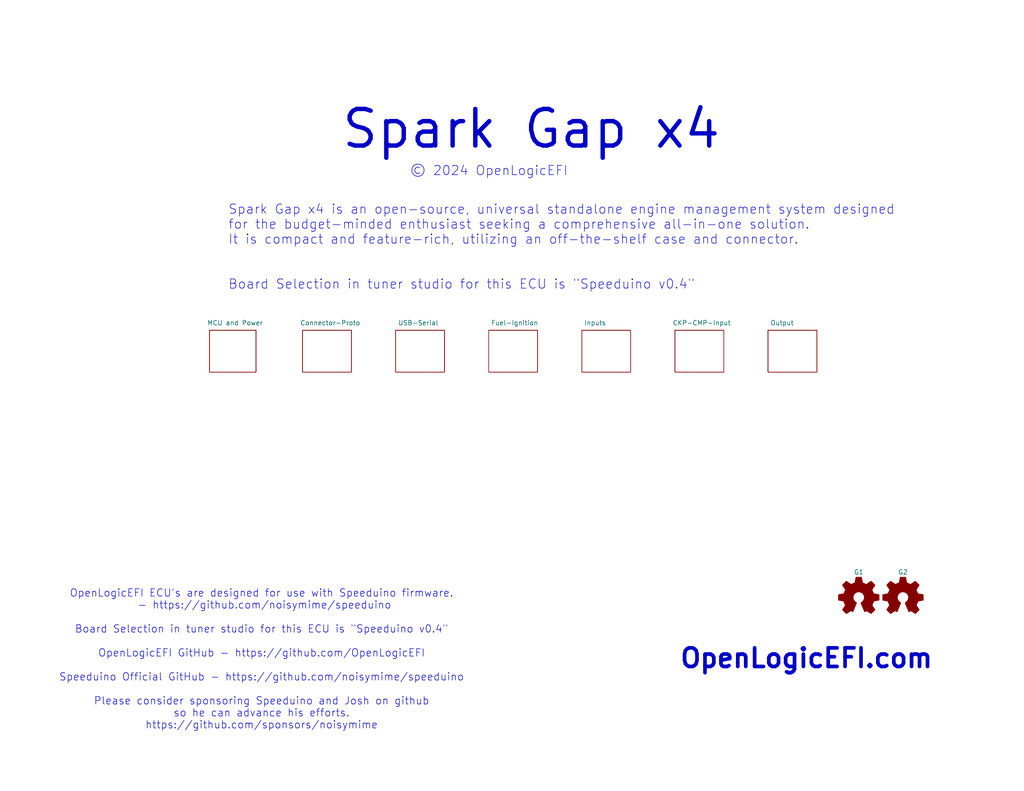
<source format=kicad_sch>
(kicad_sch (version 20231120) (generator "eeschema") (generator_version "8.0")
  (paper "USLetter")
  (title_block (title "Spark Gap x4") (date "2024-07-16") (rev "A") (company "OpenLogicEFI") (comment 1 "openlogicefi.com"))
  (lib_symbols
    (symbol "Graphic:Logo_Open_Hardware_Small" (pin_names (offset 1.016))
      (symbol "Logo_Open_Hardware_Small_0_1"
        (polyline (pts (xy 3.3528 -4.3434) (xy 3.302 -4.318) (xy 3.175 -4.2418) (xy 2.9972 -4.1148) (xy 2.7686 -3.9624) (xy 2.54 -3.81) (xy 2.3622 -3.7084) (xy 2.2352 -3.6068) (xy 2.1844 -3.5814) (xy 2.159 -3.6068) (xy 2.0574 -3.6576) (xy 1.905 -3.7338) (xy 1.8034 -3.7846) (xy 1.6764 -3.8354) (xy 1.6002 -3.8354) (xy 1.6002 -3.8354) (xy 1.5494 -3.7338) (xy 1.4732 -3.5306) (xy 1.3462 -3.302) (xy 1.2446 -3.0226) (xy 1.1176 -2.7178) (xy 0.9652 -2.413) (xy 0.8636 -2.1082) (xy 0.7366 -1.8288) (xy 0.6604 -1.6256) (xy 0.6096 -1.4732) (xy 0.5842 -1.397) (xy 0.5842 -1.397) (xy 0.6604 -1.3208) (xy 0.7874 -1.2446) (xy 1.0414 -1.016) (xy 1.2954 -0.6858) (xy 1.4478 -0.3302) (xy 1.524 0.0762) (xy 1.4732 0.4572) (xy 1.3208 0.8128) (xy 1.0668 1.143) (xy 0.762 1.3716) (xy 0.4064 1.524) (xy 0 1.5748) (xy -0.381 1.5494) (xy -0.7366 1.397) (xy -1.0668 1.143) (xy -1.2192 0.9906) (xy -1.397 0.6604) (xy -1.524 0.3048) (xy -1.524 0.2286) (xy -1.4986 -0.1778) (xy -1.397 -0.5334) (xy -1.1938 -0.8636) (xy -0.9144 -1.143) (xy -0.8636 -1.1684) (xy -0.7366 -1.27) (xy -0.635 -1.3462) (xy -0.5842 -1.397) (xy -1.0668 -2.5908) (xy -1.143 -2.794) (xy -1.2954 -3.1242) (xy -1.397 -3.4036) (xy -1.4986 -3.6322) (xy -1.5748 -3.7846) (xy -1.6002 -3.8354) (xy -1.6002 -3.8354) (xy -1.651 -3.8354) (xy -1.7272 -3.81) (xy -1.905 -3.7338) (xy -2.0066 -3.683) (xy -2.1336 -3.6068) (xy -2.2098 -3.5814) (xy -2.2606 -3.6068) (xy -2.3622 -3.683) (xy -2.54 -3.81) (xy -2.7686 -3.9624) (xy -2.9718 -4.0894) (xy -3.1496 -4.2164) (xy -3.302 -4.318) (xy -3.3528 -4.3434) (xy -3.3782 -4.3434) (xy -3.429 -4.318) (xy -3.5306 -4.2164) (xy -3.7084 -4.064) (xy -3.937 -3.8354) (xy -3.9624 -3.81) (xy -4.1656 -3.6068) (xy -4.318 -3.4544) (xy -4.4196 -3.3274) (xy -4.445 -3.2766) (xy -4.445 -3.2766) (xy -4.4196 -3.2258) (xy -4.318 -3.0734) (xy -4.2164 -2.8956) (xy -4.064 -2.667) (xy -3.6576 -2.0828) (xy -3.8862 -1.5494) (xy -3.937 -1.3716) (xy -4.0386 -1.1684) (xy -4.0894 -1.0414) (xy -4.1148 -0.9652) (xy -4.191 -0.9398) (xy -4.318 -0.9144) (xy -4.5466 -0.8636) (xy -4.8006 -0.8128) (xy -5.0546 -0.7874) (xy -5.2578 -0.7366) (xy -5.4356 -0.7112) (xy -5.5118 -0.6858) (xy -5.5118 -0.6858) (xy -5.5372 -0.635) (xy -5.5372 -0.5588) (xy -5.5372 -0.4318) (xy -5.5626 -0.2286) (xy -5.5626 0.0762) (xy -5.5626 0.127) (xy -5.5372 0.4064) (xy -5.5372 0.635) (xy -5.5372 0.762) (xy -5.5372 0.8382) (xy -5.5372 0.8382) (xy -5.461 0.8382) (xy -5.3086 0.889) (xy -5.08 0.9144) (xy -4.826 0.9652) (xy -4.8006 0.9906) (xy -4.5466 1.0414) (xy -4.318 1.0668) (xy -4.1656 1.1176) (xy -4.0894 1.143) (xy -4.0894 1.143) (xy -4.0386 1.2446) (xy -3.9624 1.4224) (xy -3.8608 1.6256) (xy -3.7846 1.8288) (xy -3.7084 2.0066) (xy -3.6576 2.159) (xy -3.6322 2.2098) (xy -3.6322 2.2098) (xy -3.683 2.286) (xy -3.7592 2.413) (xy -3.8862 2.5908) (xy -4.064 2.8194) (xy -4.064 2.8448) (xy -4.2164 3.0734) (xy -4.3434 3.2512) (xy -4.4196 3.3782) (xy -4.445 3.4544) (xy -4.445 3.4544) (xy -4.3942 3.5052) (xy -4.2926 3.6322) (xy -4.1148 3.81) (xy -3.937 4.0132) (xy -3.8608 4.064) (xy -3.6576 4.2926) (xy -3.5052 4.4196) (xy -3.4036 4.4958) (xy -3.3528 4.5212) (xy -3.3528 4.5212) (xy -3.302 4.4704) (xy -3.1496 4.3688) (xy -2.9718 4.2418) (xy -2.7432 4.0894) (xy -2.7178 4.0894) (xy -2.4892 3.937) (xy -2.3114 3.81) (xy -2.1844 3.7084) (xy -2.1336 3.683) (xy -2.1082 3.683) (xy -2.032 3.7084) (xy -1.8542 3.7592) (xy -1.6764 3.8354) (xy -1.4732 3.937) (xy -1.27 4.0132) (xy -1.143 4.064) (xy -1.0668 4.1148) (xy -1.0668 4.1148) (xy -1.0414 4.191) (xy -1.016 4.3434) (xy -0.9652 4.572) (xy -0.9144 4.8514) (xy -0.889 4.9022) (xy -0.8382 5.1562) (xy -0.8128 5.3848) (xy -0.7874 5.5372) (xy -0.762 5.588) (xy -0.7112 5.6134) (xy -0.5842 5.6134) (xy -0.4064 5.6134) (xy -0.1524 5.6134) (xy 0.0762 5.6134) (xy 0.3302 5.6134) (xy 0.5334 5.6134) (xy 0.6858 5.588) (xy 0.7366 5.588) (xy 0.7366 5.588) (xy 0.762 5.5118) (xy 0.8128 5.334) (xy 0.8382 5.1054) (xy 0.9144 4.826) (xy 0.9144 4.7752) (xy 0.9652 4.5212) (xy 1.016 4.2926) (xy 1.0414 4.1402) (xy 1.0668 4.0894) (xy 1.0668 4.0894) (xy 1.1938 4.0386) (xy 1.3716 3.9624) (xy 1.5748 3.8608) (xy 2.0828 3.6576) (xy 2.7178 4.0894) (xy 2.7686 4.1402) (xy 2.9972 4.2926) (xy 3.175 4.4196) (xy 3.302 4.4958) (xy 3.3782 4.5212) (xy 3.3782 4.5212) (xy 3.429 4.4704) (xy 3.556 4.3434) (xy 3.7338 4.191) (xy 3.9116 3.9878) (xy 4.064 3.8354) (xy 4.2418 3.6576) (xy 4.3434 3.556) (xy 4.4196 3.4798) (xy 4.4196 3.429) (xy 4.4196 3.4036) (xy 4.3942 3.3274) (xy 4.2926 3.2004) (xy 4.1656 2.9972) (xy 4.0132 2.794) (xy 3.8862 2.5908) (xy 3.7592 2.3876) (xy 3.6576 2.2352) (xy 3.6322 2.159) (xy 3.6322 2.1336) (xy 3.683 2.0066) (xy 3.7592 1.8288) (xy 3.8608 1.6002) (xy 4.064 1.1176) (xy 4.3942 1.0414) (xy 4.5974 1.016) (xy 4.8768 0.9652) (xy 5.1308 0.9144) (xy 5.5372 0.8382) (xy 5.5626 -0.6604) (xy 5.4864 -0.6858) (xy 5.4356 -0.6858) (xy 5.2832 -0.7366) (xy 5.0546 -0.762) (xy 4.8006 -0.8128) (xy 4.5974 -0.8636) (xy 4.3688 -0.9144) (xy 4.2164 -0.9398) (xy 4.1402 -0.9398) (xy 4.1148 -0.9652) (xy 4.064 -1.0668) (xy 3.9878 -1.2446) (xy 3.9116 -1.4478) (xy 3.81 -1.651) (xy 3.7338 -1.8542) (xy 3.683 -2.0066) (xy 3.6576 -2.0828) (xy 3.683 -2.1336) (xy 3.7846 -2.2606) (xy 3.8862 -2.4638) (xy 4.0386 -2.667) (xy 4.191 -2.8956) (xy 4.318 -3.0734) (xy 4.3942 -3.2004) (xy 4.445 -3.2766) (xy 4.4196 -3.3274) (xy 4.3434 -3.429) (xy 4.1656 -3.5814) (xy 3.937 -3.8354) (xy 3.8862 -3.8608) (xy 3.683 -4.064) (xy 3.5306 -4.2164) (xy 3.4036 -4.318) (xy 3.3528 -4.3434)) (fill (type outline)))
      )
    )
  )
  (text "OpenLogicEFI ECU's are designed for use with Speeduino firmware.\n - https://github.com/noisymime/speeduino\n\nBoard Selection in tuner studio for this ECU is \"Speeduino v0.4\"\n\nOpenLogicEFI GitHub - https://github.com/OpenLogicEFI\n\nSpeeduino Official GitHub - https://github.com/noisymime/speeduino\n\nPlease consider sponsoring Speeduino and Josh on github\nso he can advance his efforts.\nhttps://github.com/sponsors/noisymime" (at 71.374 180.086 0) (effects (font (size 2.032 2.032))))
  (text "© 2024 OpenLogicEFI" (at 111.76 48.26 0) (effects (font (size 2.54 2.54)) (justify left bottom)))
  (text "OpenLogicEFI.com" (at 185.166 182.88 0) (effects (font (size 5.08 5.08) (thickness 1) (bold yes)) (justify left bottom)))
  (text "Spark Gap x4 is an open-source, universal standalone engine management system designed\nfor the budget-minded enthusiast seeking a comprehensive all-in-one solution.\nIt is compact and feature-rich, utilizing an off-the-shelf case and connector.\n\n\nBoard Selection in tuner studio for this ECU is \"Speeduino v0.4\"" (at 62.23 79.248 0) (effects (font (size 2.54 2.54)) (justify left bottom)))
  (text "Spark Gap x4" (at 92.71 41.275 0) (effects (font (size 10 10) (thickness 1.2) (bold yes)) (justify left bottom)))
  (symbol (lib_id "Graphic:Logo_Open_Hardware_Small") (at 234.315 163.195 0) (unit 1) (in_bom no)
    (property "Reference" "G1" (at 234.315 156.21 0))
    (property "Value" "Logo_Open_Hardware_Small" (effects (hide yes)))
    (property "Footprint" "Detonation-Logos:SpeeduinoCompatible-14mm" (effects (hide yes)))
  )
  (symbol (lib_id "Graphic:Logo_Open_Hardware_Small") (at 246.38 163.195 0) (unit 1) (in_bom no)
    (property "Reference" "G2" (at 246.38 156.21 0))
    (property "Value" "Logo_Open_Hardware_Small" (effects (hide yes)))
    (property "Footprint" "Symbol:OSHW-Logo2_7.3x6mm_SilkScreen" (effects (hide yes)))
  )
  (sheet (at 82.55 90.17) (size 13.335 11.43)
    (property "Sheetname" "Connector-Proto" (at 81.915 88.9 0) (effects (justify left bottom)))
    (property "Sheetfile" "Connector.kicad_sch" (effects (hide yes)))
  )
  (sheet (at 133.35 90.17) (size 13.335 11.43)
    (property "Sheetname" "Fuel-Ignition" (at 133.985 88.9 0) (effects (justify left bottom)))
    (property "Sheetfile" "Fuel-Ignition.kicad_sch" (effects (hide yes)))
  )
  (sheet (at 158.75 90.17) (size 13.335 11.43)
    (property "Sheetname" "Inputs" (at 159.385 88.9 0) (effects (justify left bottom)))
    (property "Sheetfile" "input.kicad_sch" (effects (hide yes)))
  )
  (sheet (at 209.55 90.17) (size 13.335 11.43)
    (property "Sheetname" "Output" (at 210.185 88.9 0) (effects (justify left bottom)))
    (property "Sheetfile" "Output.kicad_sch" (effects (hide yes)))
  )
  (sheet (at 57.15 90.17) (size 12.7 11.43) (stroke (width 0.1524))
    (property "Sheetname" "MCU and Power" (at 56.515 88.9 0) (effects (justify left bottom)))
    (property "Sheetfile" "MCU-Power.kicad_sch" (effects (hide yes)))
  )
  (sheet (at 107.95 90.17) (size 13.335 11.43) (stroke (width 0.1524))
    (property "Sheetname" "USB-Serial" (at 108.585 88.9 0) (effects (justify left bottom)))
    (property "Sheetfile" "serial.kicad_sch" (effects (hide yes)))
  )
  (sheet (at 184.15 90.17) (size 13.335 11.43) (stroke (width 0.1524))
    (property "Sheetname" "CKP-CMP-Input" (at 183.515 88.9 0) (effects (justify left bottom)))
    (property "Sheetfile" "untitled.kicad_sch" (effects (hide yes)))
  )
)
</source>
